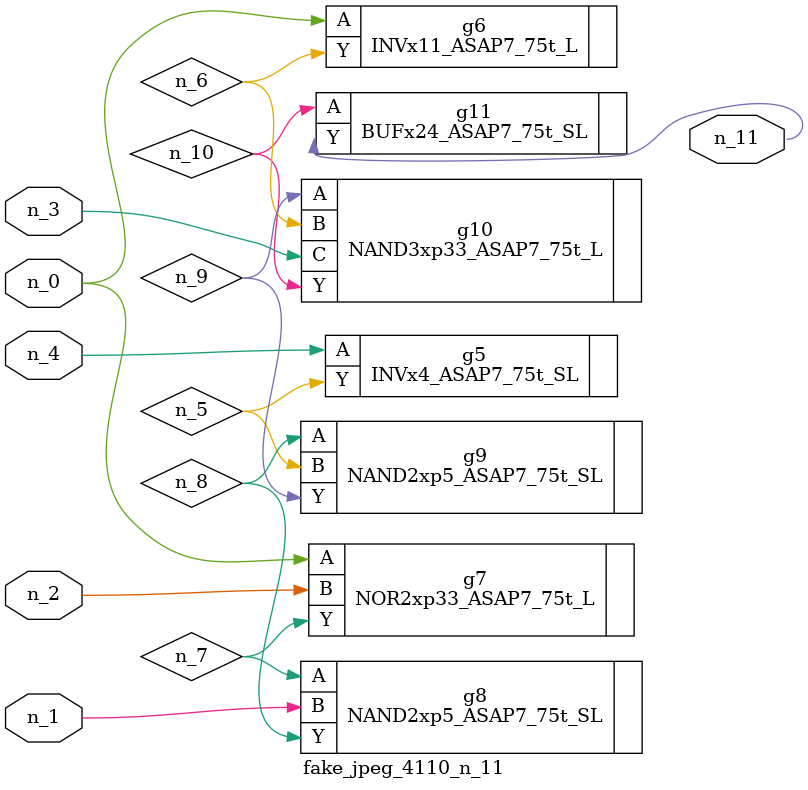
<source format=v>
module fake_jpeg_4110_n_11 (n_3, n_2, n_1, n_0, n_4, n_11);

input n_3;
input n_2;
input n_1;
input n_0;
input n_4;

output n_11;

wire n_10;
wire n_8;
wire n_9;
wire n_6;
wire n_5;
wire n_7;

INVx4_ASAP7_75t_SL g5 ( 
.A(n_4),
.Y(n_5)
);

INVx11_ASAP7_75t_L g6 ( 
.A(n_0),
.Y(n_6)
);

NOR2xp33_ASAP7_75t_L g7 ( 
.A(n_0),
.B(n_2),
.Y(n_7)
);

NAND2xp5_ASAP7_75t_SL g8 ( 
.A(n_7),
.B(n_1),
.Y(n_8)
);

NAND2xp5_ASAP7_75t_SL g9 ( 
.A(n_8),
.B(n_5),
.Y(n_9)
);

NAND3xp33_ASAP7_75t_L g10 ( 
.A(n_9),
.B(n_6),
.C(n_3),
.Y(n_10)
);

BUFx24_ASAP7_75t_SL g11 ( 
.A(n_10),
.Y(n_11)
);


endmodule
</source>
